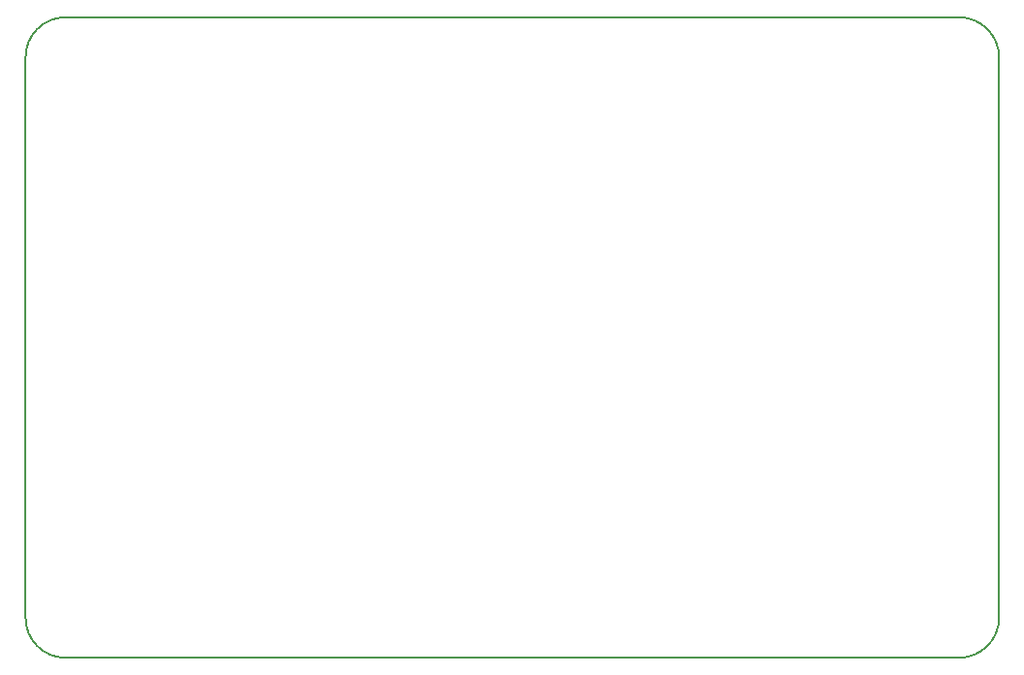
<source format=gbr>
G04 #@! TF.GenerationSoftware,KiCad,Pcbnew,(5.1.2)-1*
G04 #@! TF.CreationDate,2020-03-29T12:59:04+05:30*
G04 #@! TF.ProjectId,G6ALU_20WPA,4736414c-555f-4323-9057-50412e6b6963,rev?*
G04 #@! TF.SameCoordinates,Original*
G04 #@! TF.FileFunction,Profile,NP*
%FSLAX46Y46*%
G04 Gerber Fmt 4.6, Leading zero omitted, Abs format (unit mm)*
G04 Created by KiCad (PCBNEW (5.1.2)-1) date 2020-03-29 12:59:04*
%MOMM*%
%LPD*%
G04 APERTURE LIST*
%ADD10C,0.200000*%
G04 APERTURE END LIST*
D10*
X60000000Y-63500000D02*
G75*
G02X63500000Y-60000000I3500000J0D01*
G01*
X141500000Y-60000000D02*
X63500000Y-60000000D01*
X141500000Y-60000000D02*
G75*
G02X145000000Y-63500000I0J-3500000D01*
G01*
X145000000Y-112500000D02*
X145000000Y-63500000D01*
X145000000Y-112500000D02*
G75*
G02X141500000Y-116000000I-3500000J0D01*
G01*
X63500000Y-116000000D02*
X141500000Y-116000000D01*
X63500000Y-116000000D02*
G75*
G02X60000000Y-112500000I0J3500000D01*
G01*
X60000000Y-63500000D02*
X60000000Y-112500000D01*
M02*

</source>
